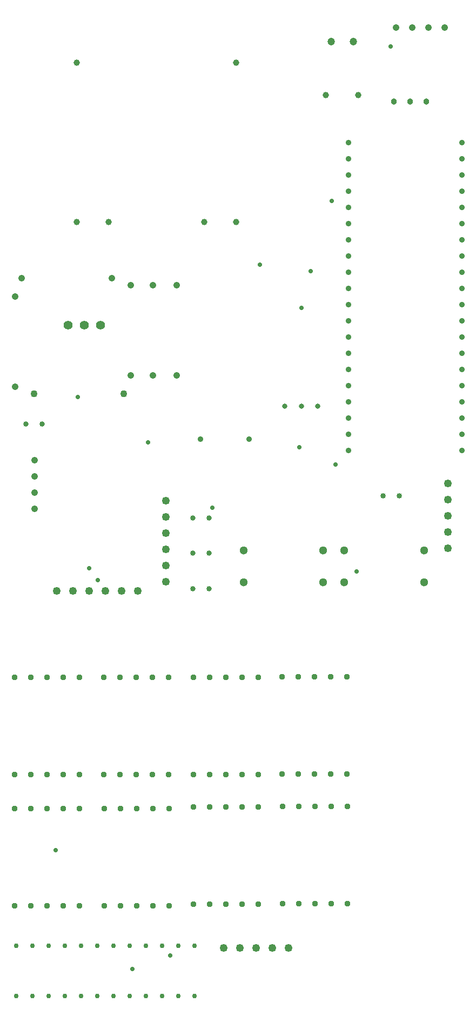
<source format=gbr>
%TF.GenerationSoftware,Altium Limited,Altium Designer,24.3.1 (35)*%
G04 Layer_Color=0*
%FSLAX25Y25*%
%MOIN*%
%TF.SameCoordinates,1C50E6C9-DA4A-4B26-87AC-B265A0C711DB*%
%TF.FilePolarity,Positive*%
%TF.FileFunction,Plated,1,2,PTH,Drill*%
%TF.Part,Single*%
G01*
G75*
%TA.AperFunction,ComponentDrill*%
%ADD106C,0.03543*%
%ADD107C,0.02992*%
%ADD108C,0.03740*%
%ADD109C,0.04921*%
%ADD110C,0.04921*%
%ADD111C,0.03228*%
%ADD112C,0.03800*%
%ADD113C,0.03347*%
%ADD114C,0.04213*%
%ADD115C,0.03543*%
%ADD116C,0.05118*%
%ADD117C,0.03307*%
%ADD118C,0.04213*%
%ADD119C,0.04134*%
%ADD120C,0.04331*%
%ADD121C,0.05591*%
%ADD122C,0.04134*%
%ADD123C,0.03937*%
%ADD124C,0.04724*%
%TA.AperFunction,ViaDrill,NotFilled*%
%ADD125C,0.02800*%
D106*
X126961Y356500D02*
D03*
X156961D02*
D03*
D107*
X123000Y12740D02*
D03*
X113000D02*
D03*
X103000D02*
D03*
X93000D02*
D03*
X83000D02*
D03*
X73000D02*
D03*
X63000D02*
D03*
X53000D02*
D03*
X43000D02*
D03*
X33000D02*
D03*
X23000D02*
D03*
X13000D02*
D03*
Y44000D02*
D03*
X23000D02*
D03*
X33000D02*
D03*
X43000D02*
D03*
X53000D02*
D03*
X63000D02*
D03*
X73000D02*
D03*
X83000D02*
D03*
X93000D02*
D03*
X103000D02*
D03*
X113000D02*
D03*
X123000D02*
D03*
D108*
X12000Y68500D02*
D03*
X22000D02*
D03*
X32000D02*
D03*
X42000D02*
D03*
X52000D02*
D03*
Y128500D02*
D03*
X42000D02*
D03*
X32000D02*
D03*
X22000D02*
D03*
X12000D02*
D03*
X67500Y68500D02*
D03*
X77500D02*
D03*
X87500D02*
D03*
X97500D02*
D03*
X107500D02*
D03*
Y128500D02*
D03*
X97500D02*
D03*
X87500D02*
D03*
X77500D02*
D03*
X67500D02*
D03*
X177500Y70000D02*
D03*
X187500D02*
D03*
X197500D02*
D03*
X207500D02*
D03*
X217500D02*
D03*
Y130000D02*
D03*
X207500D02*
D03*
X197500D02*
D03*
X187500D02*
D03*
X177500D02*
D03*
X122500Y69500D02*
D03*
X132500D02*
D03*
X142500D02*
D03*
X152500D02*
D03*
X162500D02*
D03*
Y129500D02*
D03*
X152500D02*
D03*
X142500D02*
D03*
X132500D02*
D03*
X122500D02*
D03*
X177000Y150000D02*
D03*
X187000D02*
D03*
X197000D02*
D03*
X207000D02*
D03*
X217000D02*
D03*
Y210000D02*
D03*
X207000D02*
D03*
X197000D02*
D03*
X187000D02*
D03*
X177000D02*
D03*
X12000Y149500D02*
D03*
X22000D02*
D03*
X32000D02*
D03*
X42000D02*
D03*
X52000D02*
D03*
Y209500D02*
D03*
X42000D02*
D03*
X32000D02*
D03*
X22000D02*
D03*
X12000D02*
D03*
X122500Y149500D02*
D03*
X132500D02*
D03*
X142500D02*
D03*
X152500D02*
D03*
X162500D02*
D03*
Y209500D02*
D03*
X152500D02*
D03*
X142500D02*
D03*
X132500D02*
D03*
X122500D02*
D03*
X67000Y149500D02*
D03*
X77000D02*
D03*
X87000D02*
D03*
X97000D02*
D03*
X107000D02*
D03*
Y209500D02*
D03*
X97000D02*
D03*
X87000D02*
D03*
X77000D02*
D03*
X67000D02*
D03*
D109*
X181000Y42500D02*
D03*
X171000D02*
D03*
X161000D02*
D03*
X151000D02*
D03*
X141000D02*
D03*
X38000Y263000D02*
D03*
X48000D02*
D03*
X58000D02*
D03*
X68000D02*
D03*
X78000D02*
D03*
X88000D02*
D03*
D110*
X279500Y329345D02*
D03*
Y319345D02*
D03*
Y309345D02*
D03*
Y299345D02*
D03*
Y289345D02*
D03*
X105500Y268500D02*
D03*
Y278500D02*
D03*
Y288500D02*
D03*
Y298500D02*
D03*
Y308500D02*
D03*
Y318500D02*
D03*
D111*
X199236Y377000D02*
D03*
X189000D02*
D03*
X178764D02*
D03*
D112*
X266000Y565000D02*
D03*
X256000D02*
D03*
X246000D02*
D03*
D113*
X249500Y321500D02*
D03*
X239500D02*
D03*
D114*
X277500Y610500D02*
D03*
X267500D02*
D03*
X257500D02*
D03*
X247500D02*
D03*
D115*
X218000Y439500D02*
D03*
Y449500D02*
D03*
Y429500D02*
D03*
Y419500D02*
D03*
Y409500D02*
D03*
Y399500D02*
D03*
Y389500D02*
D03*
Y379500D02*
D03*
Y369500D02*
D03*
Y359500D02*
D03*
Y349500D02*
D03*
Y459500D02*
D03*
Y469500D02*
D03*
Y479500D02*
D03*
Y489500D02*
D03*
Y499500D02*
D03*
Y509500D02*
D03*
Y519500D02*
D03*
Y529500D02*
D03*
Y539500D02*
D03*
X288000Y439500D02*
D03*
Y449500D02*
D03*
Y429500D02*
D03*
Y419500D02*
D03*
Y409500D02*
D03*
Y399500D02*
D03*
Y389500D02*
D03*
Y379500D02*
D03*
Y369500D02*
D03*
Y359500D02*
D03*
Y349500D02*
D03*
Y459500D02*
D03*
Y469500D02*
D03*
Y479500D02*
D03*
Y489500D02*
D03*
Y499500D02*
D03*
Y509500D02*
D03*
Y519500D02*
D03*
Y529500D02*
D03*
Y539500D02*
D03*
D116*
X215500Y287726D02*
D03*
X264713D02*
D03*
X215500Y268041D02*
D03*
X264713D02*
D03*
X153394Y287840D02*
D03*
X202606D02*
D03*
X153394Y268155D02*
D03*
X202606D02*
D03*
D117*
X122000Y264266D02*
D03*
X132000D02*
D03*
X122000Y308000D02*
D03*
X132000D02*
D03*
X122000Y286133D02*
D03*
X132000D02*
D03*
X19000Y366000D02*
D03*
X29000D02*
D03*
D118*
X24500Y343500D02*
D03*
Y333500D02*
D03*
Y323500D02*
D03*
Y313500D02*
D03*
D119*
X112000Y396000D02*
D03*
Y451512D02*
D03*
X83810Y451500D02*
D03*
Y395988D02*
D03*
X97500D02*
D03*
Y451500D02*
D03*
X12500Y444431D02*
D03*
Y388919D02*
D03*
D120*
X79512Y384700D02*
D03*
X24000D02*
D03*
D121*
X65191Y427000D02*
D03*
X55152D02*
D03*
X45112D02*
D03*
D122*
X16500Y455716D02*
D03*
X72012D02*
D03*
D123*
X224000Y569000D02*
D03*
X204000D02*
D03*
X50500Y589000D02*
D03*
X148925D02*
D03*
Y490575D02*
D03*
X129240D02*
D03*
X70185D02*
D03*
X50500D02*
D03*
D124*
X221280Y602000D02*
D03*
X207500D02*
D03*
D125*
X244000Y599000D02*
D03*
X210000Y341000D02*
D03*
X108000Y38000D02*
D03*
X63313Y269500D02*
D03*
X37600Y102900D02*
D03*
X194850Y460350D02*
D03*
X134200Y314200D02*
D03*
X163500Y464200D02*
D03*
X58000Y277000D02*
D03*
X223100Y274800D02*
D03*
X207900Y503500D02*
D03*
X94400Y354500D02*
D03*
X84800Y29700D02*
D03*
X51076Y382400D02*
D03*
X189300Y437700D02*
D03*
X187800Y351700D02*
D03*
%TF.MD5,33ea3866b06ca986a4b1811d62ef3938*%
M02*

</source>
